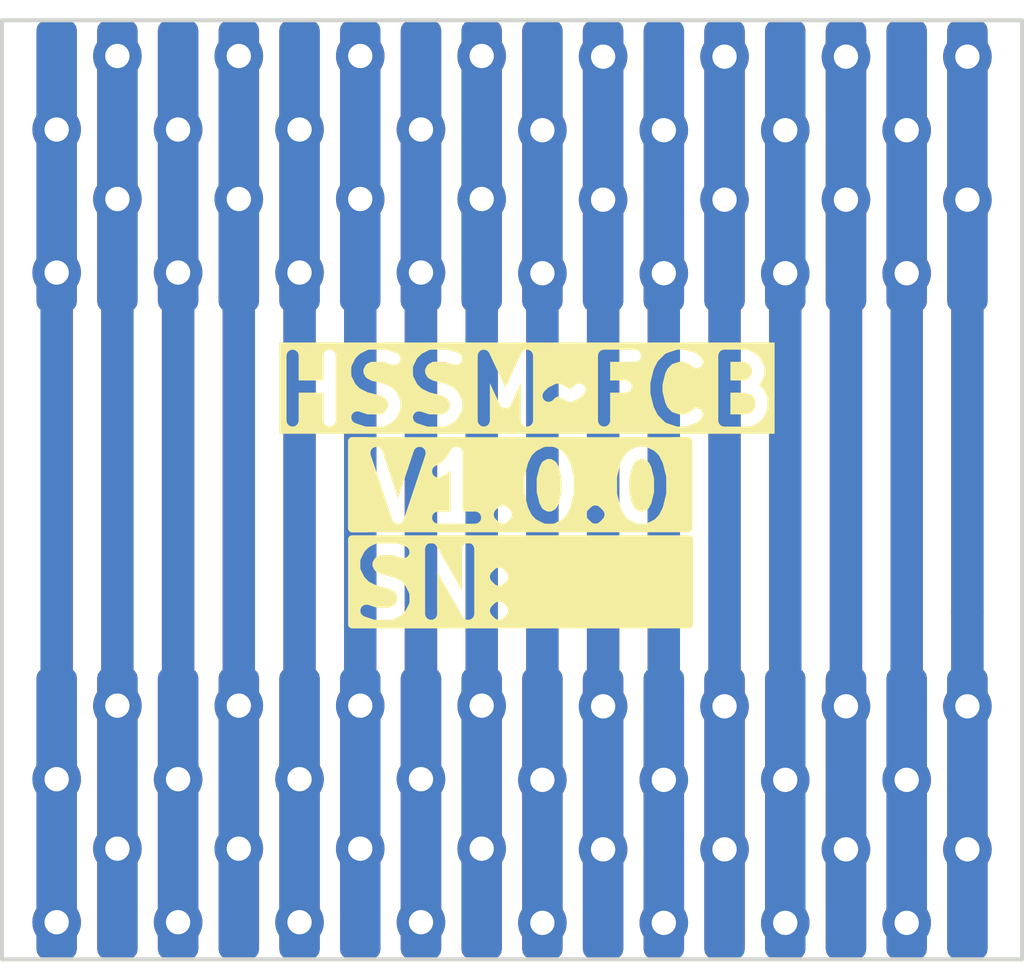
<source format=kicad_pcb>
(kicad_pcb (version 20240108) (generator "pcbnew") (generator_version "8.0")
  (layers (0 "F.Cu" signal) (31 "B.Cu" signal) (34 "B.Paste" user) (35 "F.Paste" user) (36 "B.SilkS" user "B.Silkscreen") (37 "F.SilkS" user "F.Silkscreen") (38 "B.Mask" user) (39 "F.Mask" user) (44 "Edge.Cuts" user))
  (net 0 "")
  (net 1 "Net-(CON1-Pad2)")
  (net 2 "Net-(CON1-Pad5)")
  (net 3 "Net-(CON1-Pad1)")
  (net 4 "Net-(CON1-Pad3)")
  (net 5 "Net-(CON1-Pad15)")
  (net 6 "Net-(CON1-Pad4)")
  (net 7 "Net-(CON1-Pad6)")
  (net 8 "Net-(CON1-Pad10)")
  (net 9 "Net-(CON1-Pad9)")
  (net 10 "Net-(CON1-Pad11)")
  (net 11 "Net-(CON1-Pad12)")
  (net 12 "Net-(CON1-Pad8)")
  (net 13 "Net-(CON1-Pad13)")
  (net 14 "Net-(CON1-Pad16)")
  (net 15 "Net-(CON1-Pad14)")
  (net 16 "Net-(CON1-Pad7)")
  (footprint "HSSM-FCB:FFC_solder_connector_16pos" (layer "F.Cu") (at 123.5 140)
    (property "Reference" "CON2" (hide yes))
    (property "Value" "~" (hide yes))
    (pad "1" smd roundrect (at -5.625 0 90) (size 3.6 0.5) (layers "F.Cu" "F.Mask") (net 3 "Net-(CON1-Pad1)"))
    (pad "1" smd roundrect (at -5.625 0 90) (size 3.6 0.5) (layers "B.Cu" "B.Mask") (net 3 "Net-(CON1-Pad1)"))
    (pad "2" smd roundrect (at -4.875 0 90) (size 3.6 0.5) (layers "F.Cu" "F.Mask") (net 1 "Net-(CON1-Pad2)"))
    (pad "2" smd roundrect (at -4.875 0 90) (size 3.6 0.5) (layers "B.Cu" "B.Mask") (net 1 "Net-(CON1-Pad2)"))
    (pad "3" smd roundrect (at -4.125 0 90) (size 3.6 0.5) (layers "F.Cu" "F.Mask") (net 4 "Net-(CON1-Pad3)"))
    (pad "3" smd roundrect (at -4.125 0 90) (size 3.6 0.5) (layers "B.Cu" "B.Mask") (net 4 "Net-(CON1-Pad3)"))
    (pad "4" smd roundrect (at -3.375 0 90) (size 3.6 0.5) (layers "F.Cu" "F.Mask") (net 6 "Net-(CON1-Pad4)"))
    (pad "4" smd roundrect (at -3.375 0 90) (size 3.6 0.5) (layers "B.Cu" "B.Mask") (net 6 "Net-(CON1-Pad4)"))
    (pad "5" smd roundrect (at -2.625 0 90) (size 3.6 0.5) (layers "F.Cu" "F.Mask") (net 2 "Net-(CON1-Pad5)"))
    (pad "5" smd roundrect (at -2.625 0 90) (size 3.6 0.5) (layers "B.Cu" "B.Mask") (net 2 "Net-(CON1-Pad5)"))
    (pad "6" smd roundrect (at -1.875 0 90) (size 3.6 0.5) (layers "F.Cu" "F.Mask") (net 7 "Net-(CON1-Pad6)"))
    (pad "6" smd roundrect (at -1.875 0 90) (size 3.6 0.5) (layers "B.Cu" "B.Mask") (net 7 "Net-(CON1-Pad6)"))
    (pad "7" smd roundrect (at -1.125 0 90) (size 3.6 0.5) (layers "F.Cu" "F.Mask") (net 16 "Net-(CON1-Pad7)"))
    (pad "7" smd roundrect (at -1.125 0 90) (size 3.6 0.5) (layers "B.Cu" "B.Mask") (net 16 "Net-(CON1-Pad7)"))
    (pad "8" smd roundrect (at -0.375 0 90) (size 3.6 0.5) (layers "F.Cu" "F.Mask") (net 12 "Net-(CON1-Pad8)"))
    (pad "8" smd roundrect (at -0.375 0 90) (size 3.6 0.5) (layers "B.Cu" "B.Mask") (net 12 "Net-(CON1-Pad8)"))
    (pad "9" smd roundrect (at 0.375 0 90) (size 3.6 0.5) (layers "F.Cu" "F.Mask") (net 9 "Net-(CON1-Pad9)"))
    (pad "9" smd roundrect (at 0.375 0 90) (size 3.6 0.5) (layers "B.Cu" "B.Mask") (net 9 "Net-(CON1-Pad9)"))
    (pad "10" smd roundrect (at 1.125 0 90) (size 3.6 0.5) (layers "F.Cu" "F.Mask") (net 8 "Net-(CON1-Pad10)"))
    (pad "10" smd roundrect (at 1.125 0 90) (size 3.6 0.5) (layers "B.Cu" "B.Mask") (net 8 "Net-(CON1-Pad10)"))
    (pad "11" smd roundrect (at 1.875 0 90) (size 3.6 0.5) (layers "F.Cu" "F.Mask") (net 10 "Net-(CON1-Pad11)"))
    (pad "11" smd roundrect (at 1.875 0 90) (size 3.6 0.5) (layers "B.Cu" "B.Mask") (net 10 "Net-(CON1-Pad11)"))
    (pad "12" smd roundrect (at 2.625 0 90) (size 3.6 0.5) (layers "F.Cu" "F.Mask") (net 11 "Net-(CON1-Pad12)"))
    (pad "12" smd roundrect (at 2.625 0 90) (size 3.6 0.5) (layers "B.Cu" "B.Mask") (net 11 "Net-(CON1-Pad12)"))
    (pad "13" smd roundrect (at 3.375 0 90) (size 3.6 0.5) (layers "F.Cu" "F.Mask") (net 13 "Net-(CON1-Pad13)"))
    (pad "13" smd roundrect (at 3.375 0 90) (size 3.6 0.5) (layers "B.Cu" "B.Mask") (net 13 "Net-(CON1-Pad13)"))
    (pad "14" smd roundrect (at 4.125 0 90) (size 3.6 0.5) (layers "F.Cu" "F.Mask") (net 15 "Net-(CON1-Pad14)"))
    (pad "14" smd roundrect (at 4.125 0 90) (size 3.6 0.5) (layers "B.Cu" "B.Mask") (net 15 "Net-(CON1-Pad14)"))
    (pad "15" smd roundrect (at 4.875 0 90) (size 3.6 0.5) (layers "F.Cu" "F.Mask") (net 5 "Net-(CON1-Pad15)"))
    (pad "15" smd roundrect (at 4.875 0 90) (size 3.6 0.5) (layers "B.Cu" "B.Mask") (net 5 "Net-(CON1-Pad15)"))
    (pad "16" smd roundrect (at 5.625 0 90) (size 3.6 0.5) (layers "F.Cu" "F.Mask") (net 14 "Net-(CON1-Pad16)"))
    (pad "16" smd roundrect (at 5.625 0 90) (size 3.6 0.5) (layers "B.Cu" "B.Mask") (net 14 "Net-(CON1-Pad16)"))
  )
  (footprint "HSSM-FCB:FFC_solder_connector_16pos" (layer "F.Cu") (at 123.5 132)
    (property "Reference" "CON1" (hide yes))
    (property "Value" "~" (hide yes))
    (pad "1" smd roundrect (at -5.625 0 90) (size 3.6 0.5) (layers "F.Cu" "F.Mask") (net 3 "Net-(CON1-Pad1)"))
    (pad "1" smd roundrect (at -5.625 0 90) (size 3.6 0.5) (layers "B.Cu" "B.Mask") (net 3 "Net-(CON1-Pad1)"))
    (pad "2" smd roundrect (at -4.875 0 90) (size 3.6 0.5) (layers "F.Cu" "F.Mask") (net 1 "Net-(CON1-Pad2)"))
    (pad "2" smd roundrect (at -4.875 0 90) (size 3.6 0.5) (layers "B.Cu" "B.Mask") (net 1 "Net-(CON1-Pad2)"))
    (pad "3" smd roundrect (at -4.125 0 90) (size 3.6 0.5) (layers "F.Cu" "F.Mask") (net 4 "Net-(CON1-Pad3)"))
    (pad "3" smd roundrect (at -4.125 0 90) (size 3.6 0.5) (layers "B.Cu" "B.Mask") (net 4 "Net-(CON1-Pad3)"))
    (pad "4" smd roundrect (at -3.375 0 90) (size 3.6 0.5) (layers "F.Cu" "F.Mask") (net 6 "Net-(CON1-Pad4)"))
    (pad "4" smd roundrect (at -3.375 0 90) (size 3.6 0.5) (layers "B.Cu" "B.Mask") (net 6 "Net-(CON1-Pad4)"))
    (pad "5" smd roundrect (at -2.625 0 90) (size 3.6 0.5) (layers "F.Cu" "F.Mask") (net 2 "Net-(CON1-Pad5)"))
    (pad "5" smd roundrect (at -2.625 0 90) (size 3.6 0.5) (layers "B.Cu" "B.Mask") (net 2 "Net-(CON1-Pad5)"))
    (pad "6" smd roundrect (at -1.875 0 90) (size 3.6 0.5) (layers "F.Cu" "F.Mask") (net 7 "Net-(CON1-Pad6)"))
    (pad "6" smd roundrect (at -1.875 0 90) (size 3.6 0.5) (layers "B.Cu" "B.Mask") (net 7 "Net-(CON1-Pad6)"))
    (pad "7" smd roundrect (at -1.125 0 90) (size 3.6 0.5) (layers "F.Cu" "F.Mask") (net 16 "Net-(CON1-Pad7)"))
    (pad "7" smd roundrect (at -1.125 0 90) (size 3.6 0.5) (layers "B.Cu" "B.Mask") (net 16 "Net-(CON1-Pad7)"))
    (pad "8" smd roundrect (at -0.375 0 90) (size 3.6 0.5) (layers "F.Cu" "F.Mask") (net 12 "Net-(CON1-Pad8)"))
    (pad "8" smd roundrect (at -0.375 0 90) (size 3.6 0.5) (layers "B.Cu" "B.Mask") (net 12 "Net-(CON1-Pad8)"))
    (pad "9" smd roundrect (at 0.375 0 90) (size 3.6 0.5) (layers "F.Cu" "F.Mask") (net 9 "Net-(CON1-Pad9)"))
    (pad "9" smd roundrect (at 0.375 0 90) (size 3.6 0.5) (layers "B.Cu" "B.Mask") (net 9 "Net-(CON1-Pad9)"))
    (pad "10" smd roundrect (at 1.125 0 90) (size 3.6 0.5) (layers "F.Cu" "F.Mask") (net 8 "Net-(CON1-Pad10)"))
    (pad "10" smd roundrect (at 1.125 0 90) (size 3.6 0.5) (layers "B.Cu" "B.Mask") (net 8 "Net-(CON1-Pad10)"))
    (pad "11" smd roundrect (at 1.875 0 90) (size 3.6 0.5) (layers "F.Cu" "F.Mask") (net 10 "Net-(CON1-Pad11)"))
    (pad "11" smd roundrect (at 1.875 0 90) (size 3.6 0.5) (layers "B.Cu" "B.Mask") (net 10 "Net-(CON1-Pad11)"))
    (pad "12" smd roundrect (at 2.625 0 90) (size 3.6 0.5) (layers "F.Cu" "F.Mask") (net 11 "Net-(CON1-Pad12)"))
    (pad "12" smd roundrect (at 2.625 0 90) (size 3.6 0.5) (layers "B.Cu" "B.Mask") (net 11 "Net-(CON1-Pad12)"))
    (pad "13" smd roundrect (at 3.375 0 90) (size 3.6 0.5) (layers "F.Cu" "F.Mask") (net 13 "Net-(CON1-Pad13)"))
    (pad "13" smd roundrect (at 3.375 0 90) (size 3.6 0.5) (layers "B.Cu" "B.Mask") (net 13 "Net-(CON1-Pad13)"))
    (pad "14" smd roundrect (at 4.125 0 90) (size 3.6 0.5) (layers "F.Cu" "F.Mask") (net 15 "Net-(CON1-Pad14)"))
    (pad "14" smd roundrect (at 4.125 0 90) (size 3.6 0.5) (layers "B.Cu" "B.Mask") (net 15 "Net-(CON1-Pad14)"))
    (pad "15" smd roundrect (at 4.875 0 90) (size 3.6 0.5) (layers "F.Cu" "F.Mask") (net 5 "Net-(CON1-Pad15)"))
    (pad "15" smd roundrect (at 4.875 0 90) (size 3.6 0.5) (layers "B.Cu" "B.Mask") (net 5 "Net-(CON1-Pad15)"))
    (pad "16" smd roundrect (at 5.625 0 90) (size 3.6 0.5) (layers "F.Cu" "F.Mask") (net 14 "Net-(CON1-Pad16)"))
    (pad "16" smd roundrect (at 5.625 0 90) (size 3.6 0.5) (layers "B.Cu" "B.Mask") (net 14 "Net-(CON1-Pad16)"))
  )
  (gr_rect (start 123.5125 136.6625) (end 125.6125 137.6375) (stroke (width 0.1)) (fill solid) (layer "F.SilkS"))
  (gr_rect (start 121.525 136.6125) (end 125.6875 137.6625) (stroke (width 0.1)) (fill none) (layer "F.SilkS"))
  (gr_rect (start 121.525 135.4) (end 121.7 136.475) (stroke (width 0.1)) (fill solid) (layer "F.SilkS"))
  (gr_rect (start 125.5 135.4) (end 125.675 136.45) (stroke (width 0.1)) (fill solid) (layer "F.SilkS"))
  (gr_rect (start 121.525 135.4) (end 125.675 136.475) (stroke (width 0.1)) (fill none) (layer "F.SilkS"))
  (gr_rect (start 117.2 130.2) (end 129.8 141.8) (stroke (width 0.05)) (fill none) (layer "Edge.Cuts"))
  (gr_text "SN:" (at 121.45 137.6375 0) (layer "F.SilkS" knockout) (effects (font (size 0.8 0.8) (thickness 0.15) (bold yes)) (justify left bottom)))
  (gr_text "HSSM~FCB" (at 120.5 135.25 0) (layer "F.SilkS" knockout) (effects (font (size 0.8 0.8) (thickness 0.15) (bold yes)) (justify left bottom)))
  (gr_text "V1.0.0" (at 121.65 136.45 0) (layer "F.SilkS" knockout) (effects (font (size 0.8 0.8) (thickness 0.15) (bold yes)) (justify left bottom)))
  (segment (start 118.625 140) (end 118.625 132) (width 0.4) (layer "F.Cu") (net 1))
  (via (at 118.625 138.666667) (size 0.6) (drill 0.3) (layers "F.Cu" "B.Cu") (net 1))
  (via (at 118.625 140.433333) (size 0.6) (drill 0.3) (layers "F.Cu" "B.Cu") (net 1))
  (via (at 118.625 130.641667) (size 0.6) (drill 0.3) (layers "F.Cu" "B.Cu") (net 1))
  (via (at 118.625 132.408333) (size 0.6) (drill 0.3) (layers "F.Cu" "B.Cu") (net 1))
  (segment (start 118.625 132) (end 118.625 140) (width 0.4) (layer "B.Cu") (net 1))
  (segment (start 120.875 132) (end 120.875 140) (width 0.4) (layer "F.Cu") (net 2))
  (via (at 120.875 139.575) (size 0.6) (drill 0.3) (layers "F.Cu" "B.Cu") (net 2))
  (via (at 120.875 141.341667) (size 0.6) (drill 0.3) (layers "F.Cu" "B.Cu") (net 2))
  (via (at 120.875 131.55) (size 0.6) (drill 0.3) (layers "F.Cu" "B.Cu") (net 2))
  (via (at 120.875 133.316667) (size 0.6) (drill 0.3) (layers "F.Cu" "B.Cu") (net 2))
  (segment (start 120.875 132) (end 120.875 140) (width 0.4) (layer "B.Cu") (net 2))
  (segment (start 117.875 132) (end 117.875 140) (width 0.4) (layer "F.Cu") (net 3))
  (via (at 117.875 139.575) (size 0.6) (drill 0.3) (layers "F.Cu" "B.Cu") (net 3))
  (via (at 117.875 133.316667) (size 0.6) (drill 0.3) (layers "F.Cu" "B.Cu") (net 3))
  (via (at 117.875 141.341667) (size 0.6) (drill 0.3) (layers "F.Cu" "B.Cu") (net 3))
  (via (at 117.875 131.55) (size 0.6) (drill 0.3) (layers "F.Cu" "B.Cu") (net 3))
  (segment (start 117.875 132) (end 117.875 140) (width 0.4) (layer "B.Cu") (net 3))
  (segment (start 119.375 132) (end 119.375 140) (width 0.4) (layer "F.Cu") (net 4))
  (via (at 119.375 141.341667) (size 0.6) (drill 0.3) (layers "F.Cu" "B.Cu") (net 4))
  (via (at 119.375 131.55) (size 0.6) (drill 0.3) (layers "F.Cu" "B.Cu") (net 4))
  (via (at 119.375 133.316667) (size 0.6) (drill 0.3) (layers "F.Cu" "B.Cu") (net 4))
  (via (at 119.375 139.575) (size 0.6) (drill 0.3) (layers "F.Cu" "B.Cu") (net 4))
  (segment (start 119.375 132) (end 119.375 140) (width 0.4) (layer "B.Cu") (net 4))
  (segment (start 128.375 132) (end 128.375 140) (width 0.4) (layer "F.Cu") (net 5))
  (via (at 128.375 141.35) (size 0.6) (drill 0.3) (layers "F.Cu" "B.Cu") (net 5))
  (via (at 128.375 133.325) (size 0.6) (drill 0.3) (layers "F.Cu" "B.Cu") (net 5))
  (via (at 128.375 131.558333) (size 0.6) (drill 0.3) (layers "F.Cu" "B.Cu") (net 5))
  (via (at 128.375 139.583333) (size 0.6) (drill 0.3) (layers "F.Cu" "B.Cu") (net 5))
  (segment (start 128.375 132) (end 128.375 140) (width 0.4) (layer "B.Cu") (net 5))
  (segment (start 120.125 132) (end 120.125 140) (width 0.4) (layer "F.Cu") (net 6))
  (via (at 120.125 132.408333) (size 0.6) (drill 0.3) (layers "F.Cu" "B.Cu") (net 6))
  (via (at 120.125 138.666667) (size 0.6) (drill 0.3) (layers "F.Cu" "B.Cu") (net 6))
  (via (at 120.125 140.433333) (size 0.6) (drill 0.3) (layers "F.Cu" "B.Cu") (net 6))
  (via (at 120.125 130.641667) (size 0.6) (drill 0.3) (layers "F.Cu" "B.Cu") (net 6))
  (segment (start 120.125 132) (end 120.125 140) (width 0.4) (layer "B.Cu") (net 6))
  (segment (start 121.625 132) (end 121.625 140) (width 0.4) (layer "F.Cu") (net 7))
  (via (at 121.625 130.641667) (size 0.6) (drill 0.3) (layers "F.Cu" "B.Cu") (net 7))
  (via (at 121.625 132.408333) (size 0.6) (drill 0.3) (layers "F.Cu" "B.Cu") (net 7))
  (via (at 121.625 140.433333) (size 0.6) (drill 0.3) (layers "F.Cu" "B.Cu") (net 7))
  (via (at 121.625 138.666667) (size 0.6) (drill 0.3) (layers "F.Cu" "B.Cu") (net 7))
  (segment (start 121.625 132) (end 121.625 140) (width 0.4) (layer "B.Cu") (net 7))
  (segment (start 124.625 132) (end 124.625 140) (width 0.4) (layer "F.Cu") (net 8))
  (via (at 124.625 130.65) (size 0.6) (drill 0.3) (layers "F.Cu" "B.Cu") (net 8))
  (via (at 124.625 140.441666) (size 0.6) (drill 0.3) (layers "F.Cu" "B.Cu") (net 8))
  (via (at 124.625 132.416666) (size 0.6) (drill 0.3) (layers "F.Cu" "B.Cu") (net 8))
  (via (at 124.625 138.675) (size 0.6) (drill 0.3) (layers "F.Cu" "B.Cu") (net 8))
  (segment (start 124.625 132) (end 124.625 140) (width 0.4) (layer "B.Cu") (net 8))
  (segment (start 123.875 132) (end 123.875 140) (width 0.4) (layer "F.Cu") (net 9))
  (via (at 123.875 131.558333) (size 0.6) (drill 0.3) (layers "F.Cu" "B.Cu") (net 9))
  (via (at 123.875 139.583333) (size 0.6) (drill 0.3) (layers "F.Cu" "B.Cu") (net 9))
  (via (at 123.875 141.35) (size 0.6) (drill 0.3) (layers "F.Cu" "B.Cu") (net 9))
  (via (at 123.875 133.325) (size 0.6) (drill 0.3) (layers "F.Cu" "B.Cu") (net 9))
  (segment (start 123.875 132) (end 123.875 140) (width 0.4) (layer "B.Cu") (net 9))
  (segment (start 125.375 132) (end 125.375 140) (width 0.4) (layer "F.Cu") (net 10))
  (via (at 125.375 131.558333) (size 0.6) (drill 0.3) (layers "F.Cu" "B.Cu") (net 10))
  (via (at 125.375 141.35) (size 0.6) (drill 0.3) (layers "F.Cu" "B.Cu") (net 10))
  (via (at 125.375 133.325) (size 0.6) (drill 0.3) (layers "F.Cu" "B.Cu") (net 10))
  (via (at 125.375 139.583333) (size 0.6) (drill 0.3) (layers "F.Cu" "B.Cu") (net 10))
  (segment (start 125.375 132) (end 125.375 140) (width 0.4) (layer "B.Cu") (net 10))
  (segment (start 126.125 132) (end 126.125 140) (width 0.4) (layer "F.Cu") (net 11))
  (via (at 126.125 132.416666) (size 0.6) (drill 0.3) (layers "F.Cu" "B.Cu") (net 11))
  (via (at 126.125 130.65) (size 0.6) (drill 0.3) (layers "F.Cu" "B.Cu") (net 11))
  (via (at 126.125 138.675) (size 0.6) (drill 0.3) (layers "F.Cu" "B.Cu") (net 11))
  (via (at 126.125 140.441666) (size 0.6) (drill 0.3) (layers "F.Cu" "B.Cu") (net 11))
  (segment (start 126.125 132) (end 126.125 140) (width 0.4) (layer "B.Cu") (net 11))
  (segment (start 123.125 132) (end 123.125 140) (width 0.4) (layer "F.Cu") (net 12))
  (via (at 123.125 138.666667) (size 0.6) (drill 0.3) (layers "F.Cu" "B.Cu") (net 12))
  (via (at 123.125 130.641667) (size 0.6) (drill 0.3) (layers "F.Cu" "B.Cu") (net 12))
  (via (at 123.125 140.433333) (size 0.6) (drill 0.3) (layers "F.Cu" "B.Cu") (net 12))
  (via (at 123.125 132.408333) (size 0.6) (drill 0.3) (layers "F.Cu" "B.Cu") (net 12))
  (segment (start 123.125 132) (end 123.125 140) (width 0.4) (layer "B.Cu") (net 12))
  (segment (start 126.875 132) (end 126.875 140) (width 0.4) (layer "F.Cu") (net 13))
  (via (at 126.875 139.583333) (size 0.6) (drill 0.3) (layers "F.Cu" "B.Cu") (net 13))
  (via (at 126.875 131.558333) (size 0.6) (drill 0.3) (layers "F.Cu" "B.Cu") (net 13))
  (via (at 126.875 133.325) (size 0.6) (drill 0.3) (layers "F.Cu" "B.Cu") (net 13))
  (via (at 126.875 141.35) (size 0.6) (drill 0.3) (layers "F.Cu" "B.Cu") (net 13))
  (segment (start 126.875 132) (end 126.875 140) (width 0.4) (layer "B.Cu") (net 13))
  (segment (start 129.125 132) (end 129.125 137.5) (width 0.4) (layer "F.Cu") (net 14))
  (segment (start 129.125 137.5) (end 129.125 140) (width 0.4) (layer "F.Cu") (net 14))
  (via (at 129.125 130.65) (size 0.6) (drill 0.3) (layers "F.Cu" "B.Cu") (net 14))
  (via (at 129.125 132.416666) (size 0.6) (drill 0.3) (layers "F.Cu" "B.Cu") (net 14))
  (via (at 129.125 138.675) (size 0.6) (drill 0.3) (layers "F.Cu" "B.Cu") (net 14))
  (via (at 129.125 140.441666) (size 0.6) (drill 0.3) (layers "F.Cu" "B.Cu") (net 14))
  (segment (start 129.125 132) (end 129.125 140) (width 0.4) (layer "B.Cu") (net 14))
  (segment (start 127.625 132) (end 127.625 140) (width 0.4) (layer "F.Cu") (net 15))
  (via (at 127.625 138.675) (size 0.6) (drill 0.3) (layers "F.Cu" "B.Cu") (net 15))
  (via (at 127.625 130.65) (size 0.6) (drill 0.3) (layers "F.Cu" "B.Cu") (net 15))
  (via (at 127.625 132.416666) (size 0.6) (drill 0.3) (layers "F.Cu" "B.Cu") (net 15))
  (via (at 127.625 140.441666) (size 0.6) (drill 0.3) (layers "F.Cu" "B.Cu") (net 15))
  (segment (start 127.625 132) (end 127.625 140) (width 0.4) (layer "B.Cu") (net 15))
  (segment (start 122.375 132) (end 122.375 140) (width 0.4) (layer "F.Cu") (net 16))
  (via (at 122.375 131.55) (size 0.6) (drill 0.3) (layers "F.Cu" "B.Cu") (net 16))
  (via (at 122.375 141.341667) (size 0.6) (drill 0.3) (layers "F.Cu" "B.Cu") (net 16))
  (via (at 122.375 133.316667) (size 0.6) (drill 0.3) (layers "F.Cu" "B.Cu") (net 16))
  (via (at 122.375 139.575) (size 0.6) (drill 0.3) (layers "F.Cu" "B.Cu") (net 16))
  (segment (start 122.375 132) (end 122.375 140) (width 0.4) (layer "B.Cu") (net 16))
)
</source>
